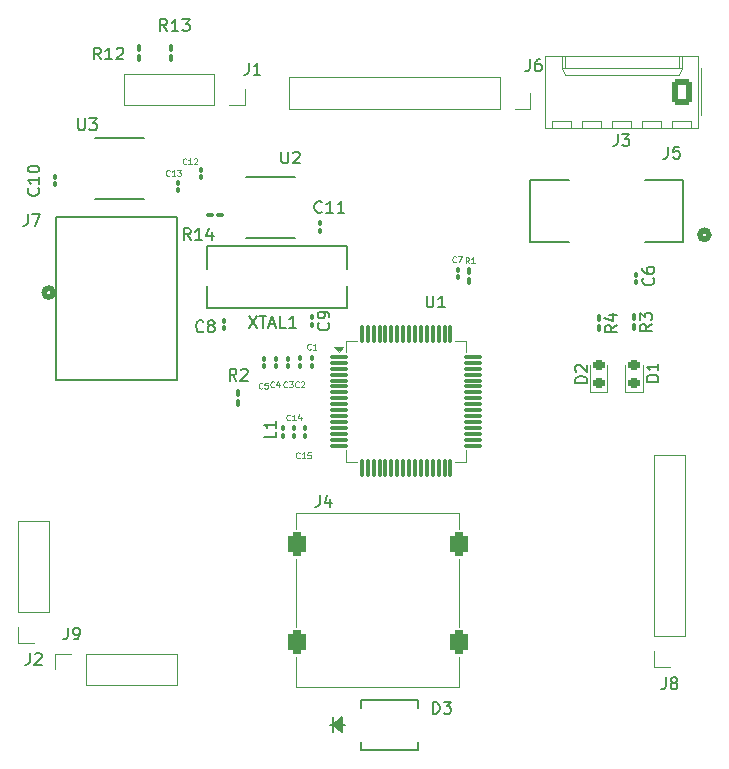
<source format=gto>
G04 #@! TF.GenerationSoftware,KiCad,Pcbnew,8.0.7*
G04 #@! TF.CreationDate,2025-02-15T14:10:27-06:00*
G04 #@! TF.ProjectId,Rocket,526f636b-6574-42e6-9b69-6361645f7063,rev?*
G04 #@! TF.SameCoordinates,Original*
G04 #@! TF.FileFunction,Legend,Top*
G04 #@! TF.FilePolarity,Positive*
%FSLAX46Y46*%
G04 Gerber Fmt 4.6, Leading zero omitted, Abs format (unit mm)*
G04 Created by KiCad (PCBNEW 8.0.7) date 2025-02-15 14:10:27*
%MOMM*%
%LPD*%
G01*
G04 APERTURE LIST*
G04 Aperture macros list*
%AMRoundRect*
0 Rectangle with rounded corners*
0 $1 Rounding radius*
0 $2 $3 $4 $5 $6 $7 $8 $9 X,Y pos of 4 corners*
0 Add a 4 corners polygon primitive as box body*
4,1,4,$2,$3,$4,$5,$6,$7,$8,$9,$2,$3,0*
0 Add four circle primitives for the rounded corners*
1,1,$1+$1,$2,$3*
1,1,$1+$1,$4,$5*
1,1,$1+$1,$6,$7*
1,1,$1+$1,$8,$9*
0 Add four rect primitives between the rounded corners*
20,1,$1+$1,$2,$3,$4,$5,0*
20,1,$1+$1,$4,$5,$6,$7,0*
20,1,$1+$1,$6,$7,$8,$9,0*
20,1,$1+$1,$8,$9,$2,$3,0*%
G04 Aperture macros list end*
%ADD10C,0.150000*%
%ADD11C,0.125000*%
%ADD12C,0.100000*%
%ADD13C,0.120000*%
%ADD14C,0.152400*%
%ADD15C,0.508000*%
%ADD16R,1.803400X1.803400*%
%ADD17C,1.803400*%
%ADD18RoundRect,0.250000X0.620000X0.845000X-0.620000X0.845000X-0.620000X-0.845000X0.620000X-0.845000X0*%
%ADD19O,1.740000X2.190000*%
%ADD20O,1.700000X1.700000*%
%ADD21R,1.700000X1.700000*%
%ADD22RoundRect,0.218750X0.256250X-0.218750X0.256250X0.218750X-0.256250X0.218750X-0.256250X-0.218750X0*%
%ADD23RoundRect,0.075000X-0.700000X-0.075000X0.700000X-0.075000X0.700000X0.075000X-0.700000X0.075000X0*%
%ADD24RoundRect,0.075000X-0.075000X-0.700000X0.075000X-0.700000X0.075000X0.700000X-0.075000X0.700000X0*%
%ADD25RoundRect,0.100000X-0.100000X0.130000X-0.100000X-0.130000X0.100000X-0.130000X0.100000X0.130000X0*%
%ADD26RoundRect,0.100000X0.100000X-0.217500X0.100000X0.217500X-0.100000X0.217500X-0.100000X-0.217500X0*%
%ADD27RoundRect,0.100000X0.100000X-0.130000X0.100000X0.130000X-0.100000X0.130000X-0.100000X-0.130000X0*%
%ADD28RoundRect,0.100000X-0.100000X0.217500X-0.100000X-0.217500X0.100000X-0.217500X0.100000X0.217500X0*%
%ADD29R,1.498600X0.558800*%
%ADD30R,0.660400X2.768600*%
%ADD31R,0.800000X1.500000*%
%ADD32RoundRect,0.362500X-0.362500X-0.637500X0.362500X-0.637500X0.362500X0.637500X-0.362500X0.637500X0*%
%ADD33R,2.209800X2.260600*%
%ADD34R,3.835400X0.812800*%
%ADD35RoundRect,0.100000X0.217500X0.100000X-0.217500X0.100000X-0.217500X-0.100000X0.217500X-0.100000X0*%
G04 APERTURE END LIST*
D10*
X155906666Y-47874819D02*
X155906666Y-48589104D01*
X155906666Y-48589104D02*
X155859047Y-48731961D01*
X155859047Y-48731961D02*
X155763809Y-48827200D01*
X155763809Y-48827200D02*
X155620952Y-48874819D01*
X155620952Y-48874819D02*
X155525714Y-48874819D01*
X156287619Y-47874819D02*
X156906666Y-47874819D01*
X156906666Y-47874819D02*
X156573333Y-48255771D01*
X156573333Y-48255771D02*
X156716190Y-48255771D01*
X156716190Y-48255771D02*
X156811428Y-48303390D01*
X156811428Y-48303390D02*
X156859047Y-48351009D01*
X156859047Y-48351009D02*
X156906666Y-48446247D01*
X156906666Y-48446247D02*
X156906666Y-48684342D01*
X156906666Y-48684342D02*
X156859047Y-48779580D01*
X156859047Y-48779580D02*
X156811428Y-48827200D01*
X156811428Y-48827200D02*
X156716190Y-48874819D01*
X156716190Y-48874819D02*
X156430476Y-48874819D01*
X156430476Y-48874819D02*
X156335238Y-48827200D01*
X156335238Y-48827200D02*
X156287619Y-48779580D01*
X106141666Y-91824819D02*
X106141666Y-92539104D01*
X106141666Y-92539104D02*
X106094047Y-92681961D01*
X106094047Y-92681961D02*
X105998809Y-92777200D01*
X105998809Y-92777200D02*
X105855952Y-92824819D01*
X105855952Y-92824819D02*
X105760714Y-92824819D01*
X106570238Y-91920057D02*
X106617857Y-91872438D01*
X106617857Y-91872438D02*
X106713095Y-91824819D01*
X106713095Y-91824819D02*
X106951190Y-91824819D01*
X106951190Y-91824819D02*
X107046428Y-91872438D01*
X107046428Y-91872438D02*
X107094047Y-91920057D01*
X107094047Y-91920057D02*
X107141666Y-92015295D01*
X107141666Y-92015295D02*
X107141666Y-92110533D01*
X107141666Y-92110533D02*
X107094047Y-92253390D01*
X107094047Y-92253390D02*
X106522619Y-92824819D01*
X106522619Y-92824819D02*
X107141666Y-92824819D01*
X159354819Y-68838094D02*
X158354819Y-68838094D01*
X158354819Y-68838094D02*
X158354819Y-68599999D01*
X158354819Y-68599999D02*
X158402438Y-68457142D01*
X158402438Y-68457142D02*
X158497676Y-68361904D01*
X158497676Y-68361904D02*
X158592914Y-68314285D01*
X158592914Y-68314285D02*
X158783390Y-68266666D01*
X158783390Y-68266666D02*
X158926247Y-68266666D01*
X158926247Y-68266666D02*
X159116723Y-68314285D01*
X159116723Y-68314285D02*
X159211961Y-68361904D01*
X159211961Y-68361904D02*
X159307200Y-68457142D01*
X159307200Y-68457142D02*
X159354819Y-68599999D01*
X159354819Y-68599999D02*
X159354819Y-68838094D01*
X159354819Y-67314285D02*
X159354819Y-67885713D01*
X159354819Y-67599999D02*
X158354819Y-67599999D01*
X158354819Y-67599999D02*
X158497676Y-67695237D01*
X158497676Y-67695237D02*
X158592914Y-67790475D01*
X158592914Y-67790475D02*
X158640533Y-67885713D01*
X139738095Y-61554819D02*
X139738095Y-62364342D01*
X139738095Y-62364342D02*
X139785714Y-62459580D01*
X139785714Y-62459580D02*
X139833333Y-62507200D01*
X139833333Y-62507200D02*
X139928571Y-62554819D01*
X139928571Y-62554819D02*
X140119047Y-62554819D01*
X140119047Y-62554819D02*
X140214285Y-62507200D01*
X140214285Y-62507200D02*
X140261904Y-62459580D01*
X140261904Y-62459580D02*
X140309523Y-62364342D01*
X140309523Y-62364342D02*
X140309523Y-61554819D01*
X141309523Y-62554819D02*
X140738095Y-62554819D01*
X141023809Y-62554819D02*
X141023809Y-61554819D01*
X141023809Y-61554819D02*
X140928571Y-61697676D01*
X140928571Y-61697676D02*
X140833333Y-61792914D01*
X140833333Y-61792914D02*
X140738095Y-61840533D01*
X158909580Y-60066666D02*
X158957200Y-60114285D01*
X158957200Y-60114285D02*
X159004819Y-60257142D01*
X159004819Y-60257142D02*
X159004819Y-60352380D01*
X159004819Y-60352380D02*
X158957200Y-60495237D01*
X158957200Y-60495237D02*
X158861961Y-60590475D01*
X158861961Y-60590475D02*
X158766723Y-60638094D01*
X158766723Y-60638094D02*
X158576247Y-60685713D01*
X158576247Y-60685713D02*
X158433390Y-60685713D01*
X158433390Y-60685713D02*
X158242914Y-60638094D01*
X158242914Y-60638094D02*
X158147676Y-60590475D01*
X158147676Y-60590475D02*
X158052438Y-60495237D01*
X158052438Y-60495237D02*
X158004819Y-60352380D01*
X158004819Y-60352380D02*
X158004819Y-60257142D01*
X158004819Y-60257142D02*
X158052438Y-60114285D01*
X158052438Y-60114285D02*
X158100057Y-60066666D01*
X158004819Y-59209523D02*
X158004819Y-59399999D01*
X158004819Y-59399999D02*
X158052438Y-59495237D01*
X158052438Y-59495237D02*
X158100057Y-59542856D01*
X158100057Y-59542856D02*
X158242914Y-59638094D01*
X158242914Y-59638094D02*
X158433390Y-59685713D01*
X158433390Y-59685713D02*
X158814342Y-59685713D01*
X158814342Y-59685713D02*
X158909580Y-59638094D01*
X158909580Y-59638094D02*
X158957200Y-59590475D01*
X158957200Y-59590475D02*
X159004819Y-59495237D01*
X159004819Y-59495237D02*
X159004819Y-59304761D01*
X159004819Y-59304761D02*
X158957200Y-59209523D01*
X158957200Y-59209523D02*
X158909580Y-59161904D01*
X158909580Y-59161904D02*
X158814342Y-59114285D01*
X158814342Y-59114285D02*
X158576247Y-59114285D01*
X158576247Y-59114285D02*
X158481009Y-59161904D01*
X158481009Y-59161904D02*
X158433390Y-59209523D01*
X158433390Y-59209523D02*
X158385771Y-59304761D01*
X158385771Y-59304761D02*
X158385771Y-59495237D01*
X158385771Y-59495237D02*
X158433390Y-59590475D01*
X158433390Y-59590475D02*
X158481009Y-59638094D01*
X158481009Y-59638094D02*
X158576247Y-59685713D01*
D11*
X117978571Y-51377190D02*
X117954762Y-51401000D01*
X117954762Y-51401000D02*
X117883333Y-51424809D01*
X117883333Y-51424809D02*
X117835714Y-51424809D01*
X117835714Y-51424809D02*
X117764286Y-51401000D01*
X117764286Y-51401000D02*
X117716667Y-51353380D01*
X117716667Y-51353380D02*
X117692857Y-51305761D01*
X117692857Y-51305761D02*
X117669048Y-51210523D01*
X117669048Y-51210523D02*
X117669048Y-51139095D01*
X117669048Y-51139095D02*
X117692857Y-51043857D01*
X117692857Y-51043857D02*
X117716667Y-50996238D01*
X117716667Y-50996238D02*
X117764286Y-50948619D01*
X117764286Y-50948619D02*
X117835714Y-50924809D01*
X117835714Y-50924809D02*
X117883333Y-50924809D01*
X117883333Y-50924809D02*
X117954762Y-50948619D01*
X117954762Y-50948619D02*
X117978571Y-50972428D01*
X118454762Y-51424809D02*
X118169048Y-51424809D01*
X118311905Y-51424809D02*
X118311905Y-50924809D01*
X118311905Y-50924809D02*
X118264286Y-50996238D01*
X118264286Y-50996238D02*
X118216667Y-51043857D01*
X118216667Y-51043857D02*
X118169048Y-51067666D01*
X118621428Y-50924809D02*
X118930952Y-50924809D01*
X118930952Y-50924809D02*
X118764285Y-51115285D01*
X118764285Y-51115285D02*
X118835714Y-51115285D01*
X118835714Y-51115285D02*
X118883333Y-51139095D01*
X118883333Y-51139095D02*
X118907142Y-51162904D01*
X118907142Y-51162904D02*
X118930952Y-51210523D01*
X118930952Y-51210523D02*
X118930952Y-51329571D01*
X118930952Y-51329571D02*
X118907142Y-51377190D01*
X118907142Y-51377190D02*
X118883333Y-51401000D01*
X118883333Y-51401000D02*
X118835714Y-51424809D01*
X118835714Y-51424809D02*
X118692857Y-51424809D01*
X118692857Y-51424809D02*
X118645238Y-51401000D01*
X118645238Y-51401000D02*
X118621428Y-51377190D01*
D10*
X148466666Y-41554819D02*
X148466666Y-42269104D01*
X148466666Y-42269104D02*
X148419047Y-42411961D01*
X148419047Y-42411961D02*
X148323809Y-42507200D01*
X148323809Y-42507200D02*
X148180952Y-42554819D01*
X148180952Y-42554819D02*
X148085714Y-42554819D01*
X149371428Y-41554819D02*
X149180952Y-41554819D01*
X149180952Y-41554819D02*
X149085714Y-41602438D01*
X149085714Y-41602438D02*
X149038095Y-41650057D01*
X149038095Y-41650057D02*
X148942857Y-41792914D01*
X148942857Y-41792914D02*
X148895238Y-41983390D01*
X148895238Y-41983390D02*
X148895238Y-42364342D01*
X148895238Y-42364342D02*
X148942857Y-42459580D01*
X148942857Y-42459580D02*
X148990476Y-42507200D01*
X148990476Y-42507200D02*
X149085714Y-42554819D01*
X149085714Y-42554819D02*
X149276190Y-42554819D01*
X149276190Y-42554819D02*
X149371428Y-42507200D01*
X149371428Y-42507200D02*
X149419047Y-42459580D01*
X149419047Y-42459580D02*
X149466666Y-42364342D01*
X149466666Y-42364342D02*
X149466666Y-42126247D01*
X149466666Y-42126247D02*
X149419047Y-42031009D01*
X149419047Y-42031009D02*
X149371428Y-41983390D01*
X149371428Y-41983390D02*
X149276190Y-41935771D01*
X149276190Y-41935771D02*
X149085714Y-41935771D01*
X149085714Y-41935771D02*
X148990476Y-41983390D01*
X148990476Y-41983390D02*
X148942857Y-42031009D01*
X148942857Y-42031009D02*
X148895238Y-42126247D01*
X124666666Y-41854819D02*
X124666666Y-42569104D01*
X124666666Y-42569104D02*
X124619047Y-42711961D01*
X124619047Y-42711961D02*
X124523809Y-42807200D01*
X124523809Y-42807200D02*
X124380952Y-42854819D01*
X124380952Y-42854819D02*
X124285714Y-42854819D01*
X125666666Y-42854819D02*
X125095238Y-42854819D01*
X125380952Y-42854819D02*
X125380952Y-41854819D01*
X125380952Y-41854819D02*
X125285714Y-41997676D01*
X125285714Y-41997676D02*
X125190476Y-42092914D01*
X125190476Y-42092914D02*
X125095238Y-42140533D01*
D11*
X143316666Y-58824809D02*
X143150000Y-58586714D01*
X143030952Y-58824809D02*
X143030952Y-58324809D01*
X143030952Y-58324809D02*
X143221428Y-58324809D01*
X143221428Y-58324809D02*
X143269047Y-58348619D01*
X143269047Y-58348619D02*
X143292857Y-58372428D01*
X143292857Y-58372428D02*
X143316666Y-58420047D01*
X143316666Y-58420047D02*
X143316666Y-58491476D01*
X143316666Y-58491476D02*
X143292857Y-58539095D01*
X143292857Y-58539095D02*
X143269047Y-58562904D01*
X143269047Y-58562904D02*
X143221428Y-58586714D01*
X143221428Y-58586714D02*
X143030952Y-58586714D01*
X143792857Y-58824809D02*
X143507143Y-58824809D01*
X143650000Y-58824809D02*
X143650000Y-58324809D01*
X143650000Y-58324809D02*
X143602381Y-58396238D01*
X143602381Y-58396238D02*
X143554762Y-58443857D01*
X143554762Y-58443857D02*
X143507143Y-58467666D01*
D12*
X128178571Y-72078490D02*
X128154762Y-72102300D01*
X128154762Y-72102300D02*
X128083333Y-72126109D01*
X128083333Y-72126109D02*
X128035714Y-72126109D01*
X128035714Y-72126109D02*
X127964286Y-72102300D01*
X127964286Y-72102300D02*
X127916667Y-72054680D01*
X127916667Y-72054680D02*
X127892857Y-72007061D01*
X127892857Y-72007061D02*
X127869048Y-71911823D01*
X127869048Y-71911823D02*
X127869048Y-71840395D01*
X127869048Y-71840395D02*
X127892857Y-71745157D01*
X127892857Y-71745157D02*
X127916667Y-71697538D01*
X127916667Y-71697538D02*
X127964286Y-71649919D01*
X127964286Y-71649919D02*
X128035714Y-71626109D01*
X128035714Y-71626109D02*
X128083333Y-71626109D01*
X128083333Y-71626109D02*
X128154762Y-71649919D01*
X128154762Y-71649919D02*
X128178571Y-71673728D01*
X128654762Y-72126109D02*
X128369048Y-72126109D01*
X128511905Y-72126109D02*
X128511905Y-71626109D01*
X128511905Y-71626109D02*
X128464286Y-71697538D01*
X128464286Y-71697538D02*
X128416667Y-71745157D01*
X128416667Y-71745157D02*
X128369048Y-71768966D01*
X129083333Y-71792776D02*
X129083333Y-72126109D01*
X128964285Y-71602300D02*
X128845238Y-71959442D01*
X128845238Y-71959442D02*
X129154761Y-71959442D01*
X128916666Y-69278490D02*
X128892857Y-69302300D01*
X128892857Y-69302300D02*
X128821428Y-69326109D01*
X128821428Y-69326109D02*
X128773809Y-69326109D01*
X128773809Y-69326109D02*
X128702381Y-69302300D01*
X128702381Y-69302300D02*
X128654762Y-69254680D01*
X128654762Y-69254680D02*
X128630952Y-69207061D01*
X128630952Y-69207061D02*
X128607143Y-69111823D01*
X128607143Y-69111823D02*
X128607143Y-69040395D01*
X128607143Y-69040395D02*
X128630952Y-68945157D01*
X128630952Y-68945157D02*
X128654762Y-68897538D01*
X128654762Y-68897538D02*
X128702381Y-68849919D01*
X128702381Y-68849919D02*
X128773809Y-68826109D01*
X128773809Y-68826109D02*
X128821428Y-68826109D01*
X128821428Y-68826109D02*
X128892857Y-68849919D01*
X128892857Y-68849919D02*
X128916666Y-68873728D01*
X129107143Y-68873728D02*
X129130952Y-68849919D01*
X129130952Y-68849919D02*
X129178571Y-68826109D01*
X129178571Y-68826109D02*
X129297619Y-68826109D01*
X129297619Y-68826109D02*
X129345238Y-68849919D01*
X129345238Y-68849919D02*
X129369047Y-68873728D01*
X129369047Y-68873728D02*
X129392857Y-68921347D01*
X129392857Y-68921347D02*
X129392857Y-68968966D01*
X129392857Y-68968966D02*
X129369047Y-69040395D01*
X129369047Y-69040395D02*
X129083333Y-69326109D01*
X129083333Y-69326109D02*
X129392857Y-69326109D01*
D11*
X119378571Y-50377190D02*
X119354762Y-50401000D01*
X119354762Y-50401000D02*
X119283333Y-50424809D01*
X119283333Y-50424809D02*
X119235714Y-50424809D01*
X119235714Y-50424809D02*
X119164286Y-50401000D01*
X119164286Y-50401000D02*
X119116667Y-50353380D01*
X119116667Y-50353380D02*
X119092857Y-50305761D01*
X119092857Y-50305761D02*
X119069048Y-50210523D01*
X119069048Y-50210523D02*
X119069048Y-50139095D01*
X119069048Y-50139095D02*
X119092857Y-50043857D01*
X119092857Y-50043857D02*
X119116667Y-49996238D01*
X119116667Y-49996238D02*
X119164286Y-49948619D01*
X119164286Y-49948619D02*
X119235714Y-49924809D01*
X119235714Y-49924809D02*
X119283333Y-49924809D01*
X119283333Y-49924809D02*
X119354762Y-49948619D01*
X119354762Y-49948619D02*
X119378571Y-49972428D01*
X119854762Y-50424809D02*
X119569048Y-50424809D01*
X119711905Y-50424809D02*
X119711905Y-49924809D01*
X119711905Y-49924809D02*
X119664286Y-49996238D01*
X119664286Y-49996238D02*
X119616667Y-50043857D01*
X119616667Y-50043857D02*
X119569048Y-50067666D01*
X120045238Y-49972428D02*
X120069047Y-49948619D01*
X120069047Y-49948619D02*
X120116666Y-49924809D01*
X120116666Y-49924809D02*
X120235714Y-49924809D01*
X120235714Y-49924809D02*
X120283333Y-49948619D01*
X120283333Y-49948619D02*
X120307142Y-49972428D01*
X120307142Y-49972428D02*
X120330952Y-50020047D01*
X120330952Y-50020047D02*
X120330952Y-50067666D01*
X120330952Y-50067666D02*
X120307142Y-50139095D01*
X120307142Y-50139095D02*
X120021428Y-50424809D01*
X120021428Y-50424809D02*
X120330952Y-50424809D01*
D10*
X126954819Y-73066666D02*
X126954819Y-73542856D01*
X126954819Y-73542856D02*
X125954819Y-73542856D01*
X126954819Y-72209523D02*
X126954819Y-72780951D01*
X126954819Y-72495237D02*
X125954819Y-72495237D01*
X125954819Y-72495237D02*
X126097676Y-72590475D01*
X126097676Y-72590475D02*
X126192914Y-72685713D01*
X126192914Y-72685713D02*
X126240533Y-72780951D01*
X158804819Y-63974166D02*
X158328628Y-64307499D01*
X158804819Y-64545594D02*
X157804819Y-64545594D01*
X157804819Y-64545594D02*
X157804819Y-64164642D01*
X157804819Y-64164642D02*
X157852438Y-64069404D01*
X157852438Y-64069404D02*
X157900057Y-64021785D01*
X157900057Y-64021785D02*
X157995295Y-63974166D01*
X157995295Y-63974166D02*
X158138152Y-63974166D01*
X158138152Y-63974166D02*
X158233390Y-64021785D01*
X158233390Y-64021785D02*
X158281009Y-64069404D01*
X158281009Y-64069404D02*
X158328628Y-64164642D01*
X158328628Y-64164642D02*
X158328628Y-64545594D01*
X157804819Y-63640832D02*
X157804819Y-63021785D01*
X157804819Y-63021785D02*
X158185771Y-63355118D01*
X158185771Y-63355118D02*
X158185771Y-63212261D01*
X158185771Y-63212261D02*
X158233390Y-63117023D01*
X158233390Y-63117023D02*
X158281009Y-63069404D01*
X158281009Y-63069404D02*
X158376247Y-63021785D01*
X158376247Y-63021785D02*
X158614342Y-63021785D01*
X158614342Y-63021785D02*
X158709580Y-63069404D01*
X158709580Y-63069404D02*
X158757200Y-63117023D01*
X158757200Y-63117023D02*
X158804819Y-63212261D01*
X158804819Y-63212261D02*
X158804819Y-63497975D01*
X158804819Y-63497975D02*
X158757200Y-63593213D01*
X158757200Y-63593213D02*
X158709580Y-63640832D01*
D12*
X126816666Y-69278490D02*
X126792857Y-69302300D01*
X126792857Y-69302300D02*
X126721428Y-69326109D01*
X126721428Y-69326109D02*
X126673809Y-69326109D01*
X126673809Y-69326109D02*
X126602381Y-69302300D01*
X126602381Y-69302300D02*
X126554762Y-69254680D01*
X126554762Y-69254680D02*
X126530952Y-69207061D01*
X126530952Y-69207061D02*
X126507143Y-69111823D01*
X126507143Y-69111823D02*
X126507143Y-69040395D01*
X126507143Y-69040395D02*
X126530952Y-68945157D01*
X126530952Y-68945157D02*
X126554762Y-68897538D01*
X126554762Y-68897538D02*
X126602381Y-68849919D01*
X126602381Y-68849919D02*
X126673809Y-68826109D01*
X126673809Y-68826109D02*
X126721428Y-68826109D01*
X126721428Y-68826109D02*
X126792857Y-68849919D01*
X126792857Y-68849919D02*
X126816666Y-68873728D01*
X127245238Y-68992776D02*
X127245238Y-69326109D01*
X127126190Y-68802300D02*
X127007143Y-69159442D01*
X127007143Y-69159442D02*
X127316666Y-69159442D01*
X128978571Y-75278490D02*
X128954762Y-75302300D01*
X128954762Y-75302300D02*
X128883333Y-75326109D01*
X128883333Y-75326109D02*
X128835714Y-75326109D01*
X128835714Y-75326109D02*
X128764286Y-75302300D01*
X128764286Y-75302300D02*
X128716667Y-75254680D01*
X128716667Y-75254680D02*
X128692857Y-75207061D01*
X128692857Y-75207061D02*
X128669048Y-75111823D01*
X128669048Y-75111823D02*
X128669048Y-75040395D01*
X128669048Y-75040395D02*
X128692857Y-74945157D01*
X128692857Y-74945157D02*
X128716667Y-74897538D01*
X128716667Y-74897538D02*
X128764286Y-74849919D01*
X128764286Y-74849919D02*
X128835714Y-74826109D01*
X128835714Y-74826109D02*
X128883333Y-74826109D01*
X128883333Y-74826109D02*
X128954762Y-74849919D01*
X128954762Y-74849919D02*
X128978571Y-74873728D01*
X129454762Y-75326109D02*
X129169048Y-75326109D01*
X129311905Y-75326109D02*
X129311905Y-74826109D01*
X129311905Y-74826109D02*
X129264286Y-74897538D01*
X129264286Y-74897538D02*
X129216667Y-74945157D01*
X129216667Y-74945157D02*
X129169048Y-74968966D01*
X129907142Y-74826109D02*
X129669047Y-74826109D01*
X129669047Y-74826109D02*
X129645238Y-75064204D01*
X129645238Y-75064204D02*
X129669047Y-75040395D01*
X129669047Y-75040395D02*
X129716666Y-75016585D01*
X129716666Y-75016585D02*
X129835714Y-75016585D01*
X129835714Y-75016585D02*
X129883333Y-75040395D01*
X129883333Y-75040395D02*
X129907142Y-75064204D01*
X129907142Y-75064204D02*
X129930952Y-75111823D01*
X129930952Y-75111823D02*
X129930952Y-75230871D01*
X129930952Y-75230871D02*
X129907142Y-75278490D01*
X129907142Y-75278490D02*
X129883333Y-75302300D01*
X129883333Y-75302300D02*
X129835714Y-75326109D01*
X129835714Y-75326109D02*
X129716666Y-75326109D01*
X129716666Y-75326109D02*
X129669047Y-75302300D01*
X129669047Y-75302300D02*
X129645238Y-75278490D01*
D10*
X153324819Y-68938094D02*
X152324819Y-68938094D01*
X152324819Y-68938094D02*
X152324819Y-68699999D01*
X152324819Y-68699999D02*
X152372438Y-68557142D01*
X152372438Y-68557142D02*
X152467676Y-68461904D01*
X152467676Y-68461904D02*
X152562914Y-68414285D01*
X152562914Y-68414285D02*
X152753390Y-68366666D01*
X152753390Y-68366666D02*
X152896247Y-68366666D01*
X152896247Y-68366666D02*
X153086723Y-68414285D01*
X153086723Y-68414285D02*
X153181961Y-68461904D01*
X153181961Y-68461904D02*
X153277200Y-68557142D01*
X153277200Y-68557142D02*
X153324819Y-68699999D01*
X153324819Y-68699999D02*
X153324819Y-68938094D01*
X152420057Y-67985713D02*
X152372438Y-67938094D01*
X152372438Y-67938094D02*
X152324819Y-67842856D01*
X152324819Y-67842856D02*
X152324819Y-67604761D01*
X152324819Y-67604761D02*
X152372438Y-67509523D01*
X152372438Y-67509523D02*
X152420057Y-67461904D01*
X152420057Y-67461904D02*
X152515295Y-67414285D01*
X152515295Y-67414285D02*
X152610533Y-67414285D01*
X152610533Y-67414285D02*
X152753390Y-67461904D01*
X152753390Y-67461904D02*
X153324819Y-68033332D01*
X153324819Y-68033332D02*
X153324819Y-67414285D01*
X105966666Y-54654819D02*
X105966666Y-55369104D01*
X105966666Y-55369104D02*
X105919047Y-55511961D01*
X105919047Y-55511961D02*
X105823809Y-55607200D01*
X105823809Y-55607200D02*
X105680952Y-55654819D01*
X105680952Y-55654819D02*
X105585714Y-55654819D01*
X106347619Y-54654819D02*
X107014285Y-54654819D01*
X107014285Y-54654819D02*
X106585714Y-55654819D01*
X130857142Y-54459580D02*
X130809523Y-54507200D01*
X130809523Y-54507200D02*
X130666666Y-54554819D01*
X130666666Y-54554819D02*
X130571428Y-54554819D01*
X130571428Y-54554819D02*
X130428571Y-54507200D01*
X130428571Y-54507200D02*
X130333333Y-54411961D01*
X130333333Y-54411961D02*
X130285714Y-54316723D01*
X130285714Y-54316723D02*
X130238095Y-54126247D01*
X130238095Y-54126247D02*
X130238095Y-53983390D01*
X130238095Y-53983390D02*
X130285714Y-53792914D01*
X130285714Y-53792914D02*
X130333333Y-53697676D01*
X130333333Y-53697676D02*
X130428571Y-53602438D01*
X130428571Y-53602438D02*
X130571428Y-53554819D01*
X130571428Y-53554819D02*
X130666666Y-53554819D01*
X130666666Y-53554819D02*
X130809523Y-53602438D01*
X130809523Y-53602438D02*
X130857142Y-53650057D01*
X131809523Y-54554819D02*
X131238095Y-54554819D01*
X131523809Y-54554819D02*
X131523809Y-53554819D01*
X131523809Y-53554819D02*
X131428571Y-53697676D01*
X131428571Y-53697676D02*
X131333333Y-53792914D01*
X131333333Y-53792914D02*
X131238095Y-53840533D01*
X132761904Y-54554819D02*
X132190476Y-54554819D01*
X132476190Y-54554819D02*
X132476190Y-53554819D01*
X132476190Y-53554819D02*
X132380952Y-53697676D01*
X132380952Y-53697676D02*
X132285714Y-53792914D01*
X132285714Y-53792914D02*
X132190476Y-53840533D01*
X110238095Y-46554819D02*
X110238095Y-47364342D01*
X110238095Y-47364342D02*
X110285714Y-47459580D01*
X110285714Y-47459580D02*
X110333333Y-47507200D01*
X110333333Y-47507200D02*
X110428571Y-47554819D01*
X110428571Y-47554819D02*
X110619047Y-47554819D01*
X110619047Y-47554819D02*
X110714285Y-47507200D01*
X110714285Y-47507200D02*
X110761904Y-47459580D01*
X110761904Y-47459580D02*
X110809523Y-47364342D01*
X110809523Y-47364342D02*
X110809523Y-46554819D01*
X111190476Y-46554819D02*
X111809523Y-46554819D01*
X111809523Y-46554819D02*
X111476190Y-46935771D01*
X111476190Y-46935771D02*
X111619047Y-46935771D01*
X111619047Y-46935771D02*
X111714285Y-46983390D01*
X111714285Y-46983390D02*
X111761904Y-47031009D01*
X111761904Y-47031009D02*
X111809523Y-47126247D01*
X111809523Y-47126247D02*
X111809523Y-47364342D01*
X111809523Y-47364342D02*
X111761904Y-47459580D01*
X111761904Y-47459580D02*
X111714285Y-47507200D01*
X111714285Y-47507200D02*
X111619047Y-47554819D01*
X111619047Y-47554819D02*
X111333333Y-47554819D01*
X111333333Y-47554819D02*
X111238095Y-47507200D01*
X111238095Y-47507200D02*
X111190476Y-47459580D01*
X160166666Y-48954819D02*
X160166666Y-49669104D01*
X160166666Y-49669104D02*
X160119047Y-49811961D01*
X160119047Y-49811961D02*
X160023809Y-49907200D01*
X160023809Y-49907200D02*
X159880952Y-49954819D01*
X159880952Y-49954819D02*
X159785714Y-49954819D01*
X161119047Y-48954819D02*
X160642857Y-48954819D01*
X160642857Y-48954819D02*
X160595238Y-49431009D01*
X160595238Y-49431009D02*
X160642857Y-49383390D01*
X160642857Y-49383390D02*
X160738095Y-49335771D01*
X160738095Y-49335771D02*
X160976190Y-49335771D01*
X160976190Y-49335771D02*
X161071428Y-49383390D01*
X161071428Y-49383390D02*
X161119047Y-49431009D01*
X161119047Y-49431009D02*
X161166666Y-49526247D01*
X161166666Y-49526247D02*
X161166666Y-49764342D01*
X161166666Y-49764342D02*
X161119047Y-49859580D01*
X161119047Y-49859580D02*
X161071428Y-49907200D01*
X161071428Y-49907200D02*
X160976190Y-49954819D01*
X160976190Y-49954819D02*
X160738095Y-49954819D01*
X160738095Y-49954819D02*
X160642857Y-49907200D01*
X160642857Y-49907200D02*
X160595238Y-49859580D01*
X130666666Y-78454819D02*
X130666666Y-79169104D01*
X130666666Y-79169104D02*
X130619047Y-79311961D01*
X130619047Y-79311961D02*
X130523809Y-79407200D01*
X130523809Y-79407200D02*
X130380952Y-79454819D01*
X130380952Y-79454819D02*
X130285714Y-79454819D01*
X131571428Y-78788152D02*
X131571428Y-79454819D01*
X131333333Y-78407200D02*
X131095238Y-79121485D01*
X131095238Y-79121485D02*
X131714285Y-79121485D01*
X117757142Y-39154819D02*
X117423809Y-38678628D01*
X117185714Y-39154819D02*
X117185714Y-38154819D01*
X117185714Y-38154819D02*
X117566666Y-38154819D01*
X117566666Y-38154819D02*
X117661904Y-38202438D01*
X117661904Y-38202438D02*
X117709523Y-38250057D01*
X117709523Y-38250057D02*
X117757142Y-38345295D01*
X117757142Y-38345295D02*
X117757142Y-38488152D01*
X117757142Y-38488152D02*
X117709523Y-38583390D01*
X117709523Y-38583390D02*
X117661904Y-38631009D01*
X117661904Y-38631009D02*
X117566666Y-38678628D01*
X117566666Y-38678628D02*
X117185714Y-38678628D01*
X118709523Y-39154819D02*
X118138095Y-39154819D01*
X118423809Y-39154819D02*
X118423809Y-38154819D01*
X118423809Y-38154819D02*
X118328571Y-38297676D01*
X118328571Y-38297676D02*
X118233333Y-38392914D01*
X118233333Y-38392914D02*
X118138095Y-38440533D01*
X119042857Y-38154819D02*
X119661904Y-38154819D01*
X119661904Y-38154819D02*
X119328571Y-38535771D01*
X119328571Y-38535771D02*
X119471428Y-38535771D01*
X119471428Y-38535771D02*
X119566666Y-38583390D01*
X119566666Y-38583390D02*
X119614285Y-38631009D01*
X119614285Y-38631009D02*
X119661904Y-38726247D01*
X119661904Y-38726247D02*
X119661904Y-38964342D01*
X119661904Y-38964342D02*
X119614285Y-39059580D01*
X119614285Y-39059580D02*
X119566666Y-39107200D01*
X119566666Y-39107200D02*
X119471428Y-39154819D01*
X119471428Y-39154819D02*
X119185714Y-39154819D01*
X119185714Y-39154819D02*
X119090476Y-39107200D01*
X119090476Y-39107200D02*
X119042857Y-39059580D01*
D12*
X125816666Y-69378490D02*
X125792857Y-69402300D01*
X125792857Y-69402300D02*
X125721428Y-69426109D01*
X125721428Y-69426109D02*
X125673809Y-69426109D01*
X125673809Y-69426109D02*
X125602381Y-69402300D01*
X125602381Y-69402300D02*
X125554762Y-69354680D01*
X125554762Y-69354680D02*
X125530952Y-69307061D01*
X125530952Y-69307061D02*
X125507143Y-69211823D01*
X125507143Y-69211823D02*
X125507143Y-69140395D01*
X125507143Y-69140395D02*
X125530952Y-69045157D01*
X125530952Y-69045157D02*
X125554762Y-68997538D01*
X125554762Y-68997538D02*
X125602381Y-68949919D01*
X125602381Y-68949919D02*
X125673809Y-68926109D01*
X125673809Y-68926109D02*
X125721428Y-68926109D01*
X125721428Y-68926109D02*
X125792857Y-68949919D01*
X125792857Y-68949919D02*
X125816666Y-68973728D01*
X126269047Y-68926109D02*
X126030952Y-68926109D01*
X126030952Y-68926109D02*
X126007143Y-69164204D01*
X126007143Y-69164204D02*
X126030952Y-69140395D01*
X126030952Y-69140395D02*
X126078571Y-69116585D01*
X126078571Y-69116585D02*
X126197619Y-69116585D01*
X126197619Y-69116585D02*
X126245238Y-69140395D01*
X126245238Y-69140395D02*
X126269047Y-69164204D01*
X126269047Y-69164204D02*
X126292857Y-69211823D01*
X126292857Y-69211823D02*
X126292857Y-69330871D01*
X126292857Y-69330871D02*
X126269047Y-69378490D01*
X126269047Y-69378490D02*
X126245238Y-69402300D01*
X126245238Y-69402300D02*
X126197619Y-69426109D01*
X126197619Y-69426109D02*
X126078571Y-69426109D01*
X126078571Y-69426109D02*
X126030952Y-69402300D01*
X126030952Y-69402300D02*
X126007143Y-69378490D01*
D10*
X159966666Y-93884819D02*
X159966666Y-94599104D01*
X159966666Y-94599104D02*
X159919047Y-94741961D01*
X159919047Y-94741961D02*
X159823809Y-94837200D01*
X159823809Y-94837200D02*
X159680952Y-94884819D01*
X159680952Y-94884819D02*
X159585714Y-94884819D01*
X160585714Y-94313390D02*
X160490476Y-94265771D01*
X160490476Y-94265771D02*
X160442857Y-94218152D01*
X160442857Y-94218152D02*
X160395238Y-94122914D01*
X160395238Y-94122914D02*
X160395238Y-94075295D01*
X160395238Y-94075295D02*
X160442857Y-93980057D01*
X160442857Y-93980057D02*
X160490476Y-93932438D01*
X160490476Y-93932438D02*
X160585714Y-93884819D01*
X160585714Y-93884819D02*
X160776190Y-93884819D01*
X160776190Y-93884819D02*
X160871428Y-93932438D01*
X160871428Y-93932438D02*
X160919047Y-93980057D01*
X160919047Y-93980057D02*
X160966666Y-94075295D01*
X160966666Y-94075295D02*
X160966666Y-94122914D01*
X160966666Y-94122914D02*
X160919047Y-94218152D01*
X160919047Y-94218152D02*
X160871428Y-94265771D01*
X160871428Y-94265771D02*
X160776190Y-94313390D01*
X160776190Y-94313390D02*
X160585714Y-94313390D01*
X160585714Y-94313390D02*
X160490476Y-94361009D01*
X160490476Y-94361009D02*
X160442857Y-94408628D01*
X160442857Y-94408628D02*
X160395238Y-94503866D01*
X160395238Y-94503866D02*
X160395238Y-94694342D01*
X160395238Y-94694342D02*
X160442857Y-94789580D01*
X160442857Y-94789580D02*
X160490476Y-94837200D01*
X160490476Y-94837200D02*
X160585714Y-94884819D01*
X160585714Y-94884819D02*
X160776190Y-94884819D01*
X160776190Y-94884819D02*
X160871428Y-94837200D01*
X160871428Y-94837200D02*
X160919047Y-94789580D01*
X160919047Y-94789580D02*
X160966666Y-94694342D01*
X160966666Y-94694342D02*
X160966666Y-94503866D01*
X160966666Y-94503866D02*
X160919047Y-94408628D01*
X160919047Y-94408628D02*
X160871428Y-94361009D01*
X160871428Y-94361009D02*
X160776190Y-94313390D01*
X131409580Y-63866666D02*
X131457200Y-63914285D01*
X131457200Y-63914285D02*
X131504819Y-64057142D01*
X131504819Y-64057142D02*
X131504819Y-64152380D01*
X131504819Y-64152380D02*
X131457200Y-64295237D01*
X131457200Y-64295237D02*
X131361961Y-64390475D01*
X131361961Y-64390475D02*
X131266723Y-64438094D01*
X131266723Y-64438094D02*
X131076247Y-64485713D01*
X131076247Y-64485713D02*
X130933390Y-64485713D01*
X130933390Y-64485713D02*
X130742914Y-64438094D01*
X130742914Y-64438094D02*
X130647676Y-64390475D01*
X130647676Y-64390475D02*
X130552438Y-64295237D01*
X130552438Y-64295237D02*
X130504819Y-64152380D01*
X130504819Y-64152380D02*
X130504819Y-64057142D01*
X130504819Y-64057142D02*
X130552438Y-63914285D01*
X130552438Y-63914285D02*
X130600057Y-63866666D01*
X131504819Y-63390475D02*
X131504819Y-63199999D01*
X131504819Y-63199999D02*
X131457200Y-63104761D01*
X131457200Y-63104761D02*
X131409580Y-63057142D01*
X131409580Y-63057142D02*
X131266723Y-62961904D01*
X131266723Y-62961904D02*
X131076247Y-62914285D01*
X131076247Y-62914285D02*
X130695295Y-62914285D01*
X130695295Y-62914285D02*
X130600057Y-62961904D01*
X130600057Y-62961904D02*
X130552438Y-63009523D01*
X130552438Y-63009523D02*
X130504819Y-63104761D01*
X130504819Y-63104761D02*
X130504819Y-63295237D01*
X130504819Y-63295237D02*
X130552438Y-63390475D01*
X130552438Y-63390475D02*
X130600057Y-63438094D01*
X130600057Y-63438094D02*
X130695295Y-63485713D01*
X130695295Y-63485713D02*
X130933390Y-63485713D01*
X130933390Y-63485713D02*
X131028628Y-63438094D01*
X131028628Y-63438094D02*
X131076247Y-63390475D01*
X131076247Y-63390475D02*
X131123866Y-63295237D01*
X131123866Y-63295237D02*
X131123866Y-63104761D01*
X131123866Y-63104761D02*
X131076247Y-63009523D01*
X131076247Y-63009523D02*
X131028628Y-62961904D01*
X131028628Y-62961904D02*
X130933390Y-62914285D01*
D11*
X142216666Y-58677190D02*
X142192857Y-58701000D01*
X142192857Y-58701000D02*
X142121428Y-58724809D01*
X142121428Y-58724809D02*
X142073809Y-58724809D01*
X142073809Y-58724809D02*
X142002381Y-58701000D01*
X142002381Y-58701000D02*
X141954762Y-58653380D01*
X141954762Y-58653380D02*
X141930952Y-58605761D01*
X141930952Y-58605761D02*
X141907143Y-58510523D01*
X141907143Y-58510523D02*
X141907143Y-58439095D01*
X141907143Y-58439095D02*
X141930952Y-58343857D01*
X141930952Y-58343857D02*
X141954762Y-58296238D01*
X141954762Y-58296238D02*
X142002381Y-58248619D01*
X142002381Y-58248619D02*
X142073809Y-58224809D01*
X142073809Y-58224809D02*
X142121428Y-58224809D01*
X142121428Y-58224809D02*
X142192857Y-58248619D01*
X142192857Y-58248619D02*
X142216666Y-58272428D01*
X142383333Y-58224809D02*
X142716666Y-58224809D01*
X142716666Y-58224809D02*
X142502381Y-58724809D01*
D10*
X140261905Y-96954819D02*
X140261905Y-95954819D01*
X140261905Y-95954819D02*
X140500000Y-95954819D01*
X140500000Y-95954819D02*
X140642857Y-96002438D01*
X140642857Y-96002438D02*
X140738095Y-96097676D01*
X140738095Y-96097676D02*
X140785714Y-96192914D01*
X140785714Y-96192914D02*
X140833333Y-96383390D01*
X140833333Y-96383390D02*
X140833333Y-96526247D01*
X140833333Y-96526247D02*
X140785714Y-96716723D01*
X140785714Y-96716723D02*
X140738095Y-96811961D01*
X140738095Y-96811961D02*
X140642857Y-96907200D01*
X140642857Y-96907200D02*
X140500000Y-96954819D01*
X140500000Y-96954819D02*
X140261905Y-96954819D01*
X141166667Y-95954819D02*
X141785714Y-95954819D01*
X141785714Y-95954819D02*
X141452381Y-96335771D01*
X141452381Y-96335771D02*
X141595238Y-96335771D01*
X141595238Y-96335771D02*
X141690476Y-96383390D01*
X141690476Y-96383390D02*
X141738095Y-96431009D01*
X141738095Y-96431009D02*
X141785714Y-96526247D01*
X141785714Y-96526247D02*
X141785714Y-96764342D01*
X141785714Y-96764342D02*
X141738095Y-96859580D01*
X141738095Y-96859580D02*
X141690476Y-96907200D01*
X141690476Y-96907200D02*
X141595238Y-96954819D01*
X141595238Y-96954819D02*
X141309524Y-96954819D01*
X141309524Y-96954819D02*
X141214286Y-96907200D01*
X141214286Y-96907200D02*
X141166667Y-96859580D01*
X120833333Y-64559580D02*
X120785714Y-64607200D01*
X120785714Y-64607200D02*
X120642857Y-64654819D01*
X120642857Y-64654819D02*
X120547619Y-64654819D01*
X120547619Y-64654819D02*
X120404762Y-64607200D01*
X120404762Y-64607200D02*
X120309524Y-64511961D01*
X120309524Y-64511961D02*
X120261905Y-64416723D01*
X120261905Y-64416723D02*
X120214286Y-64226247D01*
X120214286Y-64226247D02*
X120214286Y-64083390D01*
X120214286Y-64083390D02*
X120261905Y-63892914D01*
X120261905Y-63892914D02*
X120309524Y-63797676D01*
X120309524Y-63797676D02*
X120404762Y-63702438D01*
X120404762Y-63702438D02*
X120547619Y-63654819D01*
X120547619Y-63654819D02*
X120642857Y-63654819D01*
X120642857Y-63654819D02*
X120785714Y-63702438D01*
X120785714Y-63702438D02*
X120833333Y-63750057D01*
X121404762Y-64083390D02*
X121309524Y-64035771D01*
X121309524Y-64035771D02*
X121261905Y-63988152D01*
X121261905Y-63988152D02*
X121214286Y-63892914D01*
X121214286Y-63892914D02*
X121214286Y-63845295D01*
X121214286Y-63845295D02*
X121261905Y-63750057D01*
X121261905Y-63750057D02*
X121309524Y-63702438D01*
X121309524Y-63702438D02*
X121404762Y-63654819D01*
X121404762Y-63654819D02*
X121595238Y-63654819D01*
X121595238Y-63654819D02*
X121690476Y-63702438D01*
X121690476Y-63702438D02*
X121738095Y-63750057D01*
X121738095Y-63750057D02*
X121785714Y-63845295D01*
X121785714Y-63845295D02*
X121785714Y-63892914D01*
X121785714Y-63892914D02*
X121738095Y-63988152D01*
X121738095Y-63988152D02*
X121690476Y-64035771D01*
X121690476Y-64035771D02*
X121595238Y-64083390D01*
X121595238Y-64083390D02*
X121404762Y-64083390D01*
X121404762Y-64083390D02*
X121309524Y-64131009D01*
X121309524Y-64131009D02*
X121261905Y-64178628D01*
X121261905Y-64178628D02*
X121214286Y-64273866D01*
X121214286Y-64273866D02*
X121214286Y-64464342D01*
X121214286Y-64464342D02*
X121261905Y-64559580D01*
X121261905Y-64559580D02*
X121309524Y-64607200D01*
X121309524Y-64607200D02*
X121404762Y-64654819D01*
X121404762Y-64654819D02*
X121595238Y-64654819D01*
X121595238Y-64654819D02*
X121690476Y-64607200D01*
X121690476Y-64607200D02*
X121738095Y-64559580D01*
X121738095Y-64559580D02*
X121785714Y-64464342D01*
X121785714Y-64464342D02*
X121785714Y-64273866D01*
X121785714Y-64273866D02*
X121738095Y-64178628D01*
X121738095Y-64178628D02*
X121690476Y-64131009D01*
X121690476Y-64131009D02*
X121595238Y-64083390D01*
D12*
X129916666Y-66078490D02*
X129892857Y-66102300D01*
X129892857Y-66102300D02*
X129821428Y-66126109D01*
X129821428Y-66126109D02*
X129773809Y-66126109D01*
X129773809Y-66126109D02*
X129702381Y-66102300D01*
X129702381Y-66102300D02*
X129654762Y-66054680D01*
X129654762Y-66054680D02*
X129630952Y-66007061D01*
X129630952Y-66007061D02*
X129607143Y-65911823D01*
X129607143Y-65911823D02*
X129607143Y-65840395D01*
X129607143Y-65840395D02*
X129630952Y-65745157D01*
X129630952Y-65745157D02*
X129654762Y-65697538D01*
X129654762Y-65697538D02*
X129702381Y-65649919D01*
X129702381Y-65649919D02*
X129773809Y-65626109D01*
X129773809Y-65626109D02*
X129821428Y-65626109D01*
X129821428Y-65626109D02*
X129892857Y-65649919D01*
X129892857Y-65649919D02*
X129916666Y-65673728D01*
X130392857Y-66126109D02*
X130107143Y-66126109D01*
X130250000Y-66126109D02*
X130250000Y-65626109D01*
X130250000Y-65626109D02*
X130202381Y-65697538D01*
X130202381Y-65697538D02*
X130154762Y-65745157D01*
X130154762Y-65745157D02*
X130107143Y-65768966D01*
D10*
X106859580Y-52462857D02*
X106907200Y-52510476D01*
X106907200Y-52510476D02*
X106954819Y-52653333D01*
X106954819Y-52653333D02*
X106954819Y-52748571D01*
X106954819Y-52748571D02*
X106907200Y-52891428D01*
X106907200Y-52891428D02*
X106811961Y-52986666D01*
X106811961Y-52986666D02*
X106716723Y-53034285D01*
X106716723Y-53034285D02*
X106526247Y-53081904D01*
X106526247Y-53081904D02*
X106383390Y-53081904D01*
X106383390Y-53081904D02*
X106192914Y-53034285D01*
X106192914Y-53034285D02*
X106097676Y-52986666D01*
X106097676Y-52986666D02*
X106002438Y-52891428D01*
X106002438Y-52891428D02*
X105954819Y-52748571D01*
X105954819Y-52748571D02*
X105954819Y-52653333D01*
X105954819Y-52653333D02*
X106002438Y-52510476D01*
X106002438Y-52510476D02*
X106050057Y-52462857D01*
X106954819Y-51510476D02*
X106954819Y-52081904D01*
X106954819Y-51796190D02*
X105954819Y-51796190D01*
X105954819Y-51796190D02*
X106097676Y-51891428D01*
X106097676Y-51891428D02*
X106192914Y-51986666D01*
X106192914Y-51986666D02*
X106240533Y-52081904D01*
X105954819Y-50891428D02*
X105954819Y-50796190D01*
X105954819Y-50796190D02*
X106002438Y-50700952D01*
X106002438Y-50700952D02*
X106050057Y-50653333D01*
X106050057Y-50653333D02*
X106145295Y-50605714D01*
X106145295Y-50605714D02*
X106335771Y-50558095D01*
X106335771Y-50558095D02*
X106573866Y-50558095D01*
X106573866Y-50558095D02*
X106764342Y-50605714D01*
X106764342Y-50605714D02*
X106859580Y-50653333D01*
X106859580Y-50653333D02*
X106907200Y-50700952D01*
X106907200Y-50700952D02*
X106954819Y-50796190D01*
X106954819Y-50796190D02*
X106954819Y-50891428D01*
X106954819Y-50891428D02*
X106907200Y-50986666D01*
X106907200Y-50986666D02*
X106859580Y-51034285D01*
X106859580Y-51034285D02*
X106764342Y-51081904D01*
X106764342Y-51081904D02*
X106573866Y-51129523D01*
X106573866Y-51129523D02*
X106335771Y-51129523D01*
X106335771Y-51129523D02*
X106145295Y-51081904D01*
X106145295Y-51081904D02*
X106050057Y-51034285D01*
X106050057Y-51034285D02*
X106002438Y-50986666D01*
X106002438Y-50986666D02*
X105954819Y-50891428D01*
X112157142Y-41554819D02*
X111823809Y-41078628D01*
X111585714Y-41554819D02*
X111585714Y-40554819D01*
X111585714Y-40554819D02*
X111966666Y-40554819D01*
X111966666Y-40554819D02*
X112061904Y-40602438D01*
X112061904Y-40602438D02*
X112109523Y-40650057D01*
X112109523Y-40650057D02*
X112157142Y-40745295D01*
X112157142Y-40745295D02*
X112157142Y-40888152D01*
X112157142Y-40888152D02*
X112109523Y-40983390D01*
X112109523Y-40983390D02*
X112061904Y-41031009D01*
X112061904Y-41031009D02*
X111966666Y-41078628D01*
X111966666Y-41078628D02*
X111585714Y-41078628D01*
X113109523Y-41554819D02*
X112538095Y-41554819D01*
X112823809Y-41554819D02*
X112823809Y-40554819D01*
X112823809Y-40554819D02*
X112728571Y-40697676D01*
X112728571Y-40697676D02*
X112633333Y-40792914D01*
X112633333Y-40792914D02*
X112538095Y-40840533D01*
X113490476Y-40650057D02*
X113538095Y-40602438D01*
X113538095Y-40602438D02*
X113633333Y-40554819D01*
X113633333Y-40554819D02*
X113871428Y-40554819D01*
X113871428Y-40554819D02*
X113966666Y-40602438D01*
X113966666Y-40602438D02*
X114014285Y-40650057D01*
X114014285Y-40650057D02*
X114061904Y-40745295D01*
X114061904Y-40745295D02*
X114061904Y-40840533D01*
X114061904Y-40840533D02*
X114014285Y-40983390D01*
X114014285Y-40983390D02*
X113442857Y-41554819D01*
X113442857Y-41554819D02*
X114061904Y-41554819D01*
X124676190Y-63254819D02*
X125342856Y-64254819D01*
X125342856Y-63254819D02*
X124676190Y-64254819D01*
X125580952Y-63254819D02*
X126152380Y-63254819D01*
X125866666Y-64254819D02*
X125866666Y-63254819D01*
X126438095Y-63969104D02*
X126914285Y-63969104D01*
X126342857Y-64254819D02*
X126676190Y-63254819D01*
X126676190Y-63254819D02*
X127009523Y-64254819D01*
X127819047Y-64254819D02*
X127342857Y-64254819D01*
X127342857Y-64254819D02*
X127342857Y-63254819D01*
X128676190Y-64254819D02*
X128104762Y-64254819D01*
X128390476Y-64254819D02*
X128390476Y-63254819D01*
X128390476Y-63254819D02*
X128295238Y-63397676D01*
X128295238Y-63397676D02*
X128200000Y-63492914D01*
X128200000Y-63492914D02*
X128104762Y-63540533D01*
X127438095Y-49354819D02*
X127438095Y-50164342D01*
X127438095Y-50164342D02*
X127485714Y-50259580D01*
X127485714Y-50259580D02*
X127533333Y-50307200D01*
X127533333Y-50307200D02*
X127628571Y-50354819D01*
X127628571Y-50354819D02*
X127819047Y-50354819D01*
X127819047Y-50354819D02*
X127914285Y-50307200D01*
X127914285Y-50307200D02*
X127961904Y-50259580D01*
X127961904Y-50259580D02*
X128009523Y-50164342D01*
X128009523Y-50164342D02*
X128009523Y-49354819D01*
X128438095Y-49450057D02*
X128485714Y-49402438D01*
X128485714Y-49402438D02*
X128580952Y-49354819D01*
X128580952Y-49354819D02*
X128819047Y-49354819D01*
X128819047Y-49354819D02*
X128914285Y-49402438D01*
X128914285Y-49402438D02*
X128961904Y-49450057D01*
X128961904Y-49450057D02*
X129009523Y-49545295D01*
X129009523Y-49545295D02*
X129009523Y-49640533D01*
X129009523Y-49640533D02*
X128961904Y-49783390D01*
X128961904Y-49783390D02*
X128390476Y-50354819D01*
X128390476Y-50354819D02*
X129009523Y-50354819D01*
X119757142Y-56854819D02*
X119423809Y-56378628D01*
X119185714Y-56854819D02*
X119185714Y-55854819D01*
X119185714Y-55854819D02*
X119566666Y-55854819D01*
X119566666Y-55854819D02*
X119661904Y-55902438D01*
X119661904Y-55902438D02*
X119709523Y-55950057D01*
X119709523Y-55950057D02*
X119757142Y-56045295D01*
X119757142Y-56045295D02*
X119757142Y-56188152D01*
X119757142Y-56188152D02*
X119709523Y-56283390D01*
X119709523Y-56283390D02*
X119661904Y-56331009D01*
X119661904Y-56331009D02*
X119566666Y-56378628D01*
X119566666Y-56378628D02*
X119185714Y-56378628D01*
X120709523Y-56854819D02*
X120138095Y-56854819D01*
X120423809Y-56854819D02*
X120423809Y-55854819D01*
X120423809Y-55854819D02*
X120328571Y-55997676D01*
X120328571Y-55997676D02*
X120233333Y-56092914D01*
X120233333Y-56092914D02*
X120138095Y-56140533D01*
X121566666Y-56188152D02*
X121566666Y-56854819D01*
X121328571Y-55807200D02*
X121090476Y-56521485D01*
X121090476Y-56521485D02*
X121709523Y-56521485D01*
D12*
X127916666Y-69278490D02*
X127892857Y-69302300D01*
X127892857Y-69302300D02*
X127821428Y-69326109D01*
X127821428Y-69326109D02*
X127773809Y-69326109D01*
X127773809Y-69326109D02*
X127702381Y-69302300D01*
X127702381Y-69302300D02*
X127654762Y-69254680D01*
X127654762Y-69254680D02*
X127630952Y-69207061D01*
X127630952Y-69207061D02*
X127607143Y-69111823D01*
X127607143Y-69111823D02*
X127607143Y-69040395D01*
X127607143Y-69040395D02*
X127630952Y-68945157D01*
X127630952Y-68945157D02*
X127654762Y-68897538D01*
X127654762Y-68897538D02*
X127702381Y-68849919D01*
X127702381Y-68849919D02*
X127773809Y-68826109D01*
X127773809Y-68826109D02*
X127821428Y-68826109D01*
X127821428Y-68826109D02*
X127892857Y-68849919D01*
X127892857Y-68849919D02*
X127916666Y-68873728D01*
X128083333Y-68826109D02*
X128392857Y-68826109D01*
X128392857Y-68826109D02*
X128226190Y-69016585D01*
X128226190Y-69016585D02*
X128297619Y-69016585D01*
X128297619Y-69016585D02*
X128345238Y-69040395D01*
X128345238Y-69040395D02*
X128369047Y-69064204D01*
X128369047Y-69064204D02*
X128392857Y-69111823D01*
X128392857Y-69111823D02*
X128392857Y-69230871D01*
X128392857Y-69230871D02*
X128369047Y-69278490D01*
X128369047Y-69278490D02*
X128345238Y-69302300D01*
X128345238Y-69302300D02*
X128297619Y-69326109D01*
X128297619Y-69326109D02*
X128154762Y-69326109D01*
X128154762Y-69326109D02*
X128107143Y-69302300D01*
X128107143Y-69302300D02*
X128083333Y-69278490D01*
D10*
X123633333Y-68754819D02*
X123300000Y-68278628D01*
X123061905Y-68754819D02*
X123061905Y-67754819D01*
X123061905Y-67754819D02*
X123442857Y-67754819D01*
X123442857Y-67754819D02*
X123538095Y-67802438D01*
X123538095Y-67802438D02*
X123585714Y-67850057D01*
X123585714Y-67850057D02*
X123633333Y-67945295D01*
X123633333Y-67945295D02*
X123633333Y-68088152D01*
X123633333Y-68088152D02*
X123585714Y-68183390D01*
X123585714Y-68183390D02*
X123538095Y-68231009D01*
X123538095Y-68231009D02*
X123442857Y-68278628D01*
X123442857Y-68278628D02*
X123061905Y-68278628D01*
X124014286Y-67850057D02*
X124061905Y-67802438D01*
X124061905Y-67802438D02*
X124157143Y-67754819D01*
X124157143Y-67754819D02*
X124395238Y-67754819D01*
X124395238Y-67754819D02*
X124490476Y-67802438D01*
X124490476Y-67802438D02*
X124538095Y-67850057D01*
X124538095Y-67850057D02*
X124585714Y-67945295D01*
X124585714Y-67945295D02*
X124585714Y-68040533D01*
X124585714Y-68040533D02*
X124538095Y-68183390D01*
X124538095Y-68183390D02*
X123966667Y-68754819D01*
X123966667Y-68754819D02*
X124585714Y-68754819D01*
X109366666Y-89654819D02*
X109366666Y-90369104D01*
X109366666Y-90369104D02*
X109319047Y-90511961D01*
X109319047Y-90511961D02*
X109223809Y-90607200D01*
X109223809Y-90607200D02*
X109080952Y-90654819D01*
X109080952Y-90654819D02*
X108985714Y-90654819D01*
X109890476Y-90654819D02*
X110080952Y-90654819D01*
X110080952Y-90654819D02*
X110176190Y-90607200D01*
X110176190Y-90607200D02*
X110223809Y-90559580D01*
X110223809Y-90559580D02*
X110319047Y-90416723D01*
X110319047Y-90416723D02*
X110366666Y-90226247D01*
X110366666Y-90226247D02*
X110366666Y-89845295D01*
X110366666Y-89845295D02*
X110319047Y-89750057D01*
X110319047Y-89750057D02*
X110271428Y-89702438D01*
X110271428Y-89702438D02*
X110176190Y-89654819D01*
X110176190Y-89654819D02*
X109985714Y-89654819D01*
X109985714Y-89654819D02*
X109890476Y-89702438D01*
X109890476Y-89702438D02*
X109842857Y-89750057D01*
X109842857Y-89750057D02*
X109795238Y-89845295D01*
X109795238Y-89845295D02*
X109795238Y-90083390D01*
X109795238Y-90083390D02*
X109842857Y-90178628D01*
X109842857Y-90178628D02*
X109890476Y-90226247D01*
X109890476Y-90226247D02*
X109985714Y-90273866D01*
X109985714Y-90273866D02*
X110176190Y-90273866D01*
X110176190Y-90273866D02*
X110271428Y-90226247D01*
X110271428Y-90226247D02*
X110319047Y-90178628D01*
X110319047Y-90178628D02*
X110366666Y-90083390D01*
X155814819Y-64059166D02*
X155338628Y-64392499D01*
X155814819Y-64630594D02*
X154814819Y-64630594D01*
X154814819Y-64630594D02*
X154814819Y-64249642D01*
X154814819Y-64249642D02*
X154862438Y-64154404D01*
X154862438Y-64154404D02*
X154910057Y-64106785D01*
X154910057Y-64106785D02*
X155005295Y-64059166D01*
X155005295Y-64059166D02*
X155148152Y-64059166D01*
X155148152Y-64059166D02*
X155243390Y-64106785D01*
X155243390Y-64106785D02*
X155291009Y-64154404D01*
X155291009Y-64154404D02*
X155338628Y-64249642D01*
X155338628Y-64249642D02*
X155338628Y-64630594D01*
X155148152Y-63202023D02*
X155814819Y-63202023D01*
X154767200Y-63440118D02*
X155481485Y-63678213D01*
X155481485Y-63678213D02*
X155481485Y-63059166D01*
D13*
X162990000Y-46300000D02*
X162990000Y-42300000D01*
X162700000Y-47330000D02*
X162700000Y-41310000D01*
X162700000Y-41310000D02*
X149780000Y-41310000D01*
X162120000Y-47330000D02*
X162120000Y-46730000D01*
X162120000Y-46730000D02*
X160520000Y-46730000D01*
X161320000Y-42310000D02*
X161070000Y-42840000D01*
X161320000Y-42310000D02*
X151160000Y-42310000D01*
X161320000Y-41310000D02*
X161320000Y-42310000D01*
X161070000Y-42840000D02*
X151410000Y-42840000D01*
X161070000Y-41310000D02*
X161070000Y-42310000D01*
X160520000Y-46730000D02*
X160520000Y-47330000D01*
X159580000Y-47330000D02*
X159580000Y-46730000D01*
X159580000Y-46730000D02*
X157980000Y-46730000D01*
X157980000Y-46730000D02*
X157980000Y-47330000D01*
X157040000Y-47330000D02*
X157040000Y-46730000D01*
X157040000Y-46730000D02*
X155440000Y-46730000D01*
X155440000Y-46730000D02*
X155440000Y-47330000D01*
X154500000Y-47330000D02*
X154500000Y-46730000D01*
X154500000Y-46730000D02*
X152900000Y-46730000D01*
X152900000Y-46730000D02*
X152900000Y-47330000D01*
X151960000Y-47330000D02*
X151960000Y-46730000D01*
X151960000Y-46730000D02*
X150360000Y-46730000D01*
X151410000Y-42840000D02*
X151160000Y-42310000D01*
X151410000Y-41310000D02*
X151410000Y-42310000D01*
X151160000Y-42310000D02*
X151160000Y-41310000D01*
X150360000Y-46730000D02*
X150360000Y-47330000D01*
X149780000Y-47330000D02*
X162700000Y-47330000D01*
X149780000Y-41310000D02*
X149780000Y-47330000D01*
X105145000Y-88330000D02*
X105145000Y-80650000D01*
X105145000Y-90930000D02*
X105145000Y-89600000D01*
X106475000Y-90930000D02*
X105145000Y-90930000D01*
X107805000Y-80650000D02*
X105145000Y-80650000D01*
X107805000Y-88330000D02*
X105145000Y-88330000D01*
X107805000Y-88330000D02*
X107805000Y-80650000D01*
X156565000Y-67400000D02*
X156565000Y-69685000D01*
X156565000Y-69685000D02*
X158035000Y-69685000D01*
X158035000Y-69685000D02*
X158035000Y-67400000D01*
X132890000Y-65390000D02*
X132890000Y-66340000D01*
X132890000Y-75610000D02*
X132890000Y-74660000D01*
X133840000Y-65390000D02*
X132890000Y-65390000D01*
X133840000Y-75610000D02*
X132890000Y-75610000D01*
X142160000Y-65390000D02*
X143110000Y-65390000D01*
X142160000Y-75610000D02*
X143110000Y-75610000D01*
X143110000Y-65390000D02*
X143110000Y-66340000D01*
X143110000Y-75610000D02*
X143110000Y-74660000D01*
X132275000Y-66340000D02*
X131935000Y-65870000D01*
X132615000Y-65870000D01*
X132275000Y-66340000D01*
G36*
X132275000Y-66340000D02*
G01*
X131935000Y-65870000D01*
X132615000Y-65870000D01*
X132275000Y-66340000D01*
G37*
X128070000Y-43070000D02*
X128070000Y-45730000D01*
X145910000Y-43070000D02*
X128070000Y-43070000D01*
X145910000Y-43070000D02*
X145910000Y-45730000D01*
X145910000Y-45730000D02*
X128070000Y-45730000D01*
X148510000Y-44400000D02*
X148510000Y-45730000D01*
X148510000Y-45730000D02*
X147180000Y-45730000D01*
X114090000Y-42770000D02*
X114090000Y-45430000D01*
X121770000Y-42770000D02*
X114090000Y-42770000D01*
X121770000Y-42770000D02*
X121770000Y-45430000D01*
X121770000Y-45430000D02*
X114090000Y-45430000D01*
X124370000Y-44100000D02*
X124370000Y-45430000D01*
X124370000Y-45430000D02*
X123040000Y-45430000D01*
X153565000Y-67400000D02*
X153565000Y-69685000D01*
X153565000Y-69685000D02*
X155035000Y-69685000D01*
X155035000Y-69685000D02*
X155035000Y-67400000D01*
D14*
X108373000Y-54923000D02*
X108373000Y-68677001D01*
X108373000Y-68677001D02*
X118627000Y-68677001D01*
X118627000Y-54923000D02*
X108373000Y-54923000D01*
X118627000Y-68677001D02*
X118627000Y-54923000D01*
D15*
X108119000Y-61300000D02*
G75*
G02*
X107357000Y-61300000I-381000J0D01*
G01*
X107357000Y-61300000D02*
G75*
G02*
X108119000Y-61300000I381000J0D01*
G01*
D14*
X111617200Y-53378100D02*
X115782800Y-53378100D01*
X115782800Y-48221900D02*
X111617200Y-48221900D01*
X148518100Y-51758350D02*
X148518100Y-57016150D01*
X148518100Y-57016150D02*
X151792160Y-57016150D01*
X151792160Y-51758350D02*
X148518100Y-51758350D01*
X158198040Y-57016150D02*
X161472100Y-57016150D01*
X161472100Y-51758350D02*
X158198040Y-51758350D01*
X161472100Y-57016150D02*
X161472100Y-51758350D01*
D15*
X163631100Y-56407250D02*
G75*
G02*
X162869100Y-56407250I-381000J0D01*
G01*
X162869100Y-56407250D02*
G75*
G02*
X163631100Y-56407250I381000J0D01*
G01*
D13*
X128695000Y-79940000D02*
X128695000Y-81340000D01*
X128695000Y-79940000D02*
X142515000Y-79940000D01*
X128695000Y-89640000D02*
X128695000Y-83860000D01*
X128695000Y-92160000D02*
X128695000Y-94660000D01*
X128695000Y-94660000D02*
X142515000Y-94660000D01*
X142515000Y-79940000D02*
X142515000Y-81340000D01*
X142515000Y-83860000D02*
X142515000Y-89640000D01*
X142515000Y-92160000D02*
X142515000Y-94660000D01*
X158970000Y-90390000D02*
X158970000Y-75090000D01*
X158970000Y-92990000D02*
X158970000Y-91660000D01*
X160300000Y-92990000D02*
X158970000Y-92990000D01*
X161630000Y-75090000D02*
X158970000Y-75090000D01*
X161630000Y-90390000D02*
X158970000Y-90390000D01*
X161630000Y-90390000D02*
X161630000Y-75090000D01*
D14*
X131799400Y-97265000D02*
X131799400Y-98535000D01*
X131799400Y-97900000D02*
X132561400Y-97265000D01*
X131799400Y-97900000D02*
X132561400Y-97392000D01*
X131799400Y-97900000D02*
X132561400Y-97519000D01*
X131799400Y-97900000D02*
X132561400Y-97646000D01*
X131799400Y-97900000D02*
X132561400Y-97773000D01*
X131799400Y-97900000D02*
X132561400Y-98027000D01*
X131799400Y-97900000D02*
X132561400Y-98154000D01*
X131799400Y-97900000D02*
X132561400Y-98281000D01*
X131799400Y-97900000D02*
X132561400Y-98408000D01*
X131799400Y-97900000D02*
X132561400Y-98535000D01*
X132561400Y-97265000D02*
X132561400Y-98535000D01*
X132815400Y-97900000D02*
X131545400Y-97900000D01*
X134174300Y-95791800D02*
X134174300Y-96436960D01*
X134174300Y-99363040D02*
X134174300Y-100008200D01*
X134174300Y-100008200D02*
X139025700Y-100008200D01*
X139025700Y-95791800D02*
X134174300Y-95791800D01*
X139025700Y-96436960D02*
X139025700Y-95791800D01*
X139025700Y-100008200D02*
X139025700Y-99363040D01*
X121181800Y-57383800D02*
X121181800Y-59260860D01*
X121181800Y-60739140D02*
X121181800Y-62616200D01*
X121181800Y-62616200D02*
X133018200Y-62616200D01*
X133018200Y-57383800D02*
X121181800Y-57383800D01*
X133018200Y-59260860D02*
X133018200Y-57383800D01*
X133018200Y-62616200D02*
X133018200Y-60739140D01*
X124417200Y-56678100D02*
X128582800Y-56678100D01*
X128582800Y-51521900D02*
X124417200Y-51521900D01*
D13*
X108290000Y-91870000D02*
X109620000Y-91870000D01*
X108290000Y-93200000D02*
X108290000Y-91870000D01*
X110890000Y-91870000D02*
X118570000Y-91870000D01*
X110890000Y-94530000D02*
X110890000Y-91870000D01*
X110890000Y-94530000D02*
X118570000Y-94530000D01*
X118570000Y-94530000D02*
X118570000Y-91870000D01*
%LPC*%
D16*
X121871400Y-71000000D03*
D17*
X121871400Y-76000000D03*
X109371400Y-76000000D03*
X109371400Y-71000000D03*
D16*
X145971400Y-51100000D03*
D17*
X145971400Y-56100000D03*
X133471400Y-56100000D03*
X133471400Y-51100000D03*
D18*
X161320000Y-44300000D03*
D19*
X158780000Y-44300000D03*
X156240000Y-44300000D03*
X153700000Y-44300000D03*
X151160000Y-44300000D03*
D20*
X106475000Y-81980000D03*
X106475000Y-84520000D03*
X106475000Y-87060000D03*
D21*
X106475000Y-89600000D03*
D22*
X157300000Y-68987500D03*
X157300000Y-67412500D03*
D23*
X132325000Y-66750000D03*
X132325000Y-67250000D03*
X132325000Y-67750000D03*
X132325000Y-68250000D03*
X132325000Y-68750000D03*
X132325000Y-69250000D03*
X132325000Y-69750000D03*
X132325000Y-70250000D03*
X132325000Y-70750000D03*
X132325000Y-71250000D03*
X132325000Y-71750000D03*
X132325000Y-72250000D03*
X132325000Y-72750000D03*
X132325000Y-73250000D03*
X132325000Y-73750000D03*
X132325000Y-74250000D03*
D24*
X134250000Y-76175000D03*
X134750000Y-76175000D03*
X135250000Y-76175000D03*
X135750000Y-76175000D03*
X136250000Y-76175000D03*
X136750000Y-76175000D03*
X137250000Y-76175000D03*
X137750000Y-76175000D03*
X138250000Y-76175000D03*
X138750000Y-76175000D03*
X139250000Y-76175000D03*
X139750000Y-76175000D03*
X140250000Y-76175000D03*
X140750000Y-76175000D03*
X141250000Y-76175000D03*
X141750000Y-76175000D03*
D23*
X143675000Y-74250000D03*
X143675000Y-73750000D03*
X143675000Y-73250000D03*
X143675000Y-72750000D03*
X143675000Y-72250000D03*
X143675000Y-71750000D03*
X143675000Y-71250000D03*
X143675000Y-70750000D03*
X143675000Y-70250000D03*
X143675000Y-69750000D03*
X143675000Y-69250000D03*
X143675000Y-68750000D03*
X143675000Y-68250000D03*
X143675000Y-67750000D03*
X143675000Y-67250000D03*
X143675000Y-66750000D03*
D24*
X141750000Y-64825000D03*
X141250000Y-64825000D03*
X140750000Y-64825000D03*
X140250000Y-64825000D03*
X139750000Y-64825000D03*
X139250000Y-64825000D03*
X138750000Y-64825000D03*
X138250000Y-64825000D03*
X137750000Y-64825000D03*
X137250000Y-64825000D03*
X136750000Y-64825000D03*
X136250000Y-64825000D03*
X135750000Y-64825000D03*
X135250000Y-64825000D03*
X134750000Y-64825000D03*
X134250000Y-64825000D03*
D25*
X157500000Y-59780000D03*
X157500000Y-60420000D03*
X118700000Y-51980000D03*
X118700000Y-52620000D03*
D21*
X147180000Y-44400000D03*
D20*
X144640000Y-44400000D03*
X142100000Y-44400000D03*
X139560000Y-44400000D03*
X137020000Y-44400000D03*
X134480000Y-44400000D03*
X131940000Y-44400000D03*
X129400000Y-44400000D03*
D21*
X123040000Y-44100000D03*
D20*
X120500000Y-44100000D03*
X117960000Y-44100000D03*
X115420000Y-44100000D03*
D26*
X143300000Y-60300000D03*
X143300000Y-59485000D03*
D25*
X128500000Y-72780000D03*
X128500000Y-73420000D03*
X129000000Y-66860000D03*
X129000000Y-67500000D03*
D27*
X120600000Y-51520000D03*
X120600000Y-50880000D03*
X127600000Y-73420000D03*
X127600000Y-72780000D03*
D28*
X157300000Y-63400000D03*
X157300000Y-64215000D03*
D25*
X127000000Y-66880000D03*
X127000000Y-67520000D03*
X129400000Y-72780000D03*
X129400000Y-73420000D03*
D22*
X154300000Y-68987500D03*
X154300000Y-67412500D03*
D17*
X111000000Y-61300000D03*
X116000000Y-61300000D03*
D25*
X130670001Y-55430001D03*
X130670001Y-56070001D03*
D29*
X116405100Y-52705000D03*
X116405100Y-51435000D03*
X116405100Y-50165000D03*
X116405100Y-48895000D03*
X110994900Y-48895000D03*
X110994900Y-50165000D03*
X110994900Y-51435000D03*
X110994900Y-52705000D03*
D30*
X157535100Y-56407248D03*
X156265100Y-56407248D03*
X154995100Y-56407248D03*
X153725100Y-56407248D03*
X152455100Y-56407248D03*
X157535100Y-52367252D03*
X156265100Y-52367252D03*
X154995100Y-52367252D03*
X153725100Y-52367252D03*
X152455100Y-52367252D03*
D31*
X132400000Y-85200000D03*
X133500000Y-85200000D03*
X134600000Y-85200000D03*
X135700000Y-85200000D03*
X136800000Y-85200000D03*
X137900000Y-85200000D03*
X139000000Y-85200000D03*
X140100000Y-85200000D03*
D32*
X128730000Y-82600000D03*
X128730000Y-90900000D03*
X142480000Y-82600000D03*
X142480000Y-90900000D03*
D26*
X115400000Y-41407500D03*
X115400000Y-40592500D03*
D25*
X126000000Y-66880000D03*
X126000000Y-67520000D03*
D21*
X160300000Y-91660000D03*
D20*
X160300000Y-89120000D03*
X160300000Y-86580000D03*
X160300000Y-84040000D03*
X160300000Y-81500000D03*
X160300000Y-78960000D03*
X160300000Y-76420000D03*
D25*
X130000000Y-63380000D03*
X130000000Y-64020000D03*
X142400000Y-59380000D03*
X142400000Y-60020000D03*
D33*
X134555300Y-97900000D03*
X138644700Y-97900000D03*
D25*
X122600000Y-63680000D03*
X122600000Y-64320000D03*
X130000000Y-66860000D03*
X130000000Y-67500000D03*
D27*
X108266600Y-52140000D03*
X108266600Y-51500000D03*
D26*
X118100000Y-41407500D03*
X118100000Y-40592500D03*
D34*
X122642300Y-60000000D03*
X131557700Y-60000000D03*
D29*
X123794900Y-52195000D03*
X123794900Y-53465000D03*
X123794900Y-54735000D03*
X123794900Y-56005000D03*
X129205100Y-56005000D03*
X129205100Y-54735000D03*
X129205100Y-53465000D03*
X129205100Y-52195000D03*
D35*
X122207500Y-54700000D03*
X121392500Y-54700000D03*
D25*
X128000000Y-66880000D03*
X128000000Y-67520000D03*
D26*
X123800000Y-70607500D03*
X123800000Y-69792500D03*
D21*
X109620000Y-93200000D03*
D20*
X112160000Y-93200000D03*
X114700000Y-93200000D03*
X117240000Y-93200000D03*
D28*
X154310000Y-63485000D03*
X154310000Y-64300000D03*
%LPD*%
M02*

</source>
